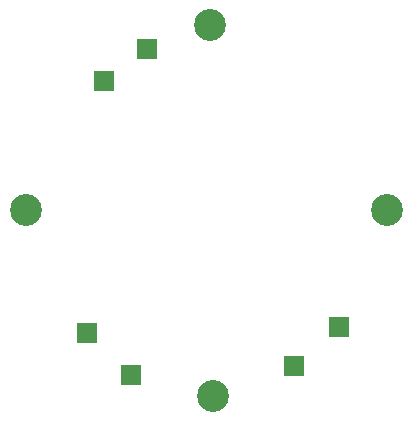
<source format=gbr>
%TF.GenerationSoftware,Altium Limited,Altium Designer,20.0.13 (296)*%
G04 Layer_Color=16711935*
%FSLAX45Y45*%
%MOMM*%
%TF.FileFunction,Soldermask,Bot*%
%TF.Part,Single*%
G01*
G75*
%TA.AperFunction,ComponentPad*%
%ADD16R,1.70320X1.70320*%
%TA.AperFunction,ViaPad*%
%ADD17C,2.70320*%
D16*
X14122400Y8890000D02*
D03*
X12496800Y11239500D02*
D03*
X12128500Y10972800D02*
D03*
X13741400Y8559800D02*
D03*
X12357100Y8483600D02*
D03*
X11988800Y8839200D02*
D03*
D17*
X13055600Y8305800D02*
D03*
X14528799Y9880600D02*
D03*
X11468100D02*
D03*
X13030200Y11442700D02*
D03*
%TF.MD5,3a4b4f7b25291af96d9869626b87a83e*%
M02*

</source>
